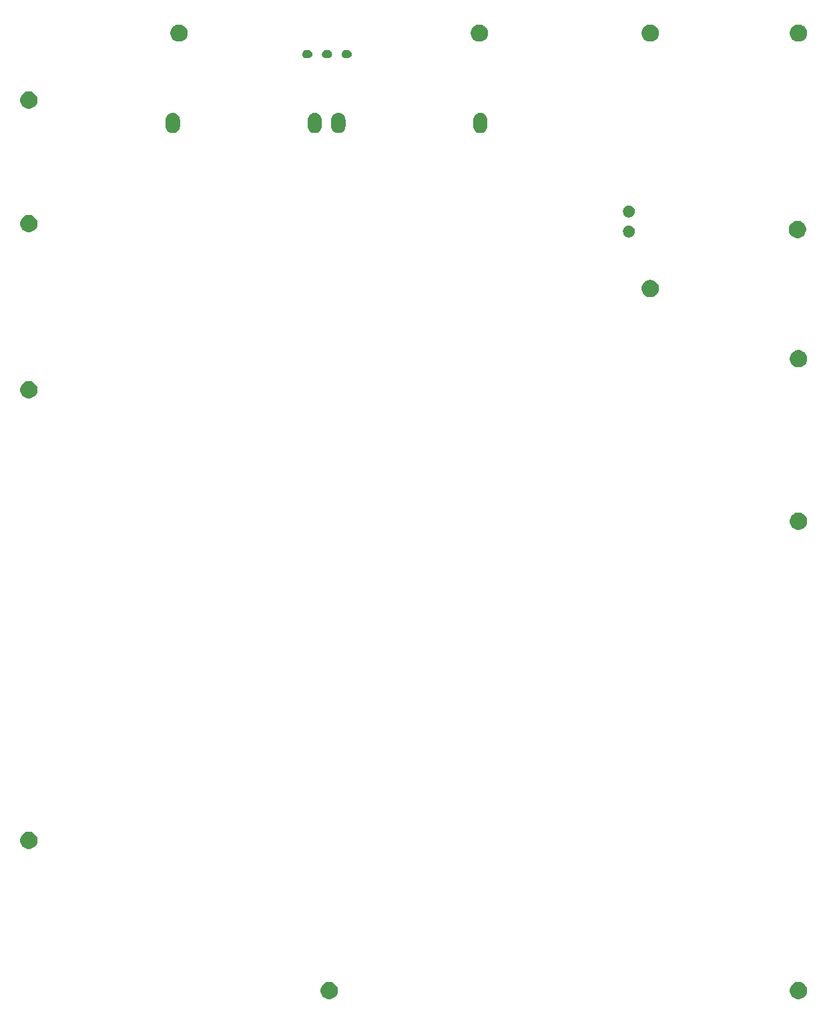
<source format=gbr>
G04 #@! TF.GenerationSoftware,KiCad,Pcbnew,(5.1.5)-3*
G04 #@! TF.CreationDate,2021-03-06T02:21:54+09:00*
G04 #@! TF.ProjectId,Getta25,47657474-6132-4352-9e6b-696361645f70,rev?*
G04 #@! TF.SameCoordinates,Original*
G04 #@! TF.FileFunction,Soldermask,Top*
G04 #@! TF.FilePolarity,Negative*
%FSLAX46Y46*%
G04 Gerber Fmt 4.6, Leading zero omitted, Abs format (unit mm)*
G04 Created by KiCad (PCBNEW (5.1.5)-3) date 2021-03-06 02:21:54*
%MOMM*%
%LPD*%
G04 APERTURE LIST*
%ADD10C,0.100000*%
G04 APERTURE END LIST*
D10*
G36*
X123677107Y-132979772D02*
G01*
X123877293Y-133062692D01*
X123877295Y-133062693D01*
X123967988Y-133123292D01*
X124057458Y-133183074D01*
X124210676Y-133336292D01*
X124331058Y-133516457D01*
X124413978Y-133716643D01*
X124456250Y-133929158D01*
X124456250Y-134145842D01*
X124413978Y-134358357D01*
X124331058Y-134558543D01*
X124331057Y-134558545D01*
X124210675Y-134738709D01*
X124057459Y-134891925D01*
X123877295Y-135012307D01*
X123877294Y-135012308D01*
X123877293Y-135012308D01*
X123677107Y-135095228D01*
X123464592Y-135137500D01*
X123247908Y-135137500D01*
X123035393Y-135095228D01*
X122835207Y-135012308D01*
X122835206Y-135012308D01*
X122835205Y-135012307D01*
X122655041Y-134891925D01*
X122501825Y-134738709D01*
X122381443Y-134558545D01*
X122381442Y-134558543D01*
X122298522Y-134358357D01*
X122256250Y-134145842D01*
X122256250Y-133929158D01*
X122298522Y-133716643D01*
X122381442Y-133516457D01*
X122501824Y-133336292D01*
X122655042Y-133183074D01*
X122744512Y-133123292D01*
X122835205Y-133062693D01*
X122835207Y-133062692D01*
X123035393Y-132979772D01*
X123247908Y-132937500D01*
X123464592Y-132937500D01*
X123677107Y-132979772D01*
G37*
G36*
X64145857Y-132979772D02*
G01*
X64346043Y-133062692D01*
X64346045Y-133062693D01*
X64436738Y-133123292D01*
X64526208Y-133183074D01*
X64679426Y-133336292D01*
X64799808Y-133516457D01*
X64882728Y-133716643D01*
X64925000Y-133929158D01*
X64925000Y-134145842D01*
X64882728Y-134358357D01*
X64799808Y-134558543D01*
X64799807Y-134558545D01*
X64679425Y-134738709D01*
X64526209Y-134891925D01*
X64346045Y-135012307D01*
X64346044Y-135012308D01*
X64346043Y-135012308D01*
X64145857Y-135095228D01*
X63933342Y-135137500D01*
X63716658Y-135137500D01*
X63504143Y-135095228D01*
X63303957Y-135012308D01*
X63303956Y-135012308D01*
X63303955Y-135012307D01*
X63123791Y-134891925D01*
X62970575Y-134738709D01*
X62850193Y-134558545D01*
X62850192Y-134558543D01*
X62767272Y-134358357D01*
X62725000Y-134145842D01*
X62725000Y-133929158D01*
X62767272Y-133716643D01*
X62850192Y-133516457D01*
X62970574Y-133336292D01*
X63123792Y-133183074D01*
X63213262Y-133123292D01*
X63303955Y-133062693D01*
X63303957Y-133062692D01*
X63504143Y-132979772D01*
X63716658Y-132937500D01*
X63933342Y-132937500D01*
X64145857Y-132979772D01*
G37*
G36*
X26045857Y-113929772D02*
G01*
X26246043Y-114012692D01*
X26246045Y-114012693D01*
X26336738Y-114073292D01*
X26426208Y-114133074D01*
X26579426Y-114286292D01*
X26699808Y-114466457D01*
X26782728Y-114666643D01*
X26825000Y-114879158D01*
X26825000Y-115095842D01*
X26782728Y-115308357D01*
X26699808Y-115508543D01*
X26699807Y-115508545D01*
X26579425Y-115688709D01*
X26426209Y-115841925D01*
X26246045Y-115962307D01*
X26246044Y-115962308D01*
X26246043Y-115962308D01*
X26045857Y-116045228D01*
X25833342Y-116087500D01*
X25616658Y-116087500D01*
X25404143Y-116045228D01*
X25203957Y-115962308D01*
X25203956Y-115962308D01*
X25203955Y-115962307D01*
X25023791Y-115841925D01*
X24870575Y-115688709D01*
X24750193Y-115508545D01*
X24750192Y-115508543D01*
X24667272Y-115308357D01*
X24625000Y-115095842D01*
X24625000Y-114879158D01*
X24667272Y-114666643D01*
X24750192Y-114466457D01*
X24870574Y-114286292D01*
X25023792Y-114133074D01*
X25113262Y-114073292D01*
X25203955Y-114012693D01*
X25203957Y-114012692D01*
X25404143Y-113929772D01*
X25616658Y-113887500D01*
X25833342Y-113887500D01*
X26045857Y-113929772D01*
G37*
G36*
X123677107Y-73448522D02*
G01*
X123877293Y-73531442D01*
X123877295Y-73531443D01*
X123967988Y-73592042D01*
X124057458Y-73651824D01*
X124210676Y-73805042D01*
X124331058Y-73985207D01*
X124413978Y-74185393D01*
X124456250Y-74397908D01*
X124456250Y-74614592D01*
X124413978Y-74827107D01*
X124331058Y-75027293D01*
X124331057Y-75027295D01*
X124210675Y-75207459D01*
X124057459Y-75360675D01*
X123877295Y-75481057D01*
X123877294Y-75481058D01*
X123877293Y-75481058D01*
X123677107Y-75563978D01*
X123464592Y-75606250D01*
X123247908Y-75606250D01*
X123035393Y-75563978D01*
X122835207Y-75481058D01*
X122835206Y-75481058D01*
X122835205Y-75481057D01*
X122655041Y-75360675D01*
X122501825Y-75207459D01*
X122381443Y-75027295D01*
X122381442Y-75027293D01*
X122298522Y-74827107D01*
X122256250Y-74614592D01*
X122256250Y-74397908D01*
X122298522Y-74185393D01*
X122381442Y-73985207D01*
X122501824Y-73805042D01*
X122655042Y-73651824D01*
X122744512Y-73592042D01*
X122835205Y-73531443D01*
X122835207Y-73531442D01*
X123035393Y-73448522D01*
X123247908Y-73406250D01*
X123464592Y-73406250D01*
X123677107Y-73448522D01*
G37*
G36*
X26045857Y-56779772D02*
G01*
X26246043Y-56862692D01*
X26246045Y-56862693D01*
X26336738Y-56923292D01*
X26426208Y-56983074D01*
X26579426Y-57136292D01*
X26699808Y-57316457D01*
X26782728Y-57516643D01*
X26825000Y-57729158D01*
X26825000Y-57945842D01*
X26782728Y-58158357D01*
X26699808Y-58358543D01*
X26699807Y-58358545D01*
X26579425Y-58538709D01*
X26426209Y-58691925D01*
X26246045Y-58812307D01*
X26246044Y-58812308D01*
X26246043Y-58812308D01*
X26045857Y-58895228D01*
X25833342Y-58937500D01*
X25616658Y-58937500D01*
X25404143Y-58895228D01*
X25203957Y-58812308D01*
X25203956Y-58812308D01*
X25203955Y-58812307D01*
X25023791Y-58691925D01*
X24870575Y-58538709D01*
X24750193Y-58358545D01*
X24750192Y-58358543D01*
X24667272Y-58158357D01*
X24625000Y-57945842D01*
X24625000Y-57729158D01*
X24667272Y-57516643D01*
X24750192Y-57316457D01*
X24870574Y-57136292D01*
X25023792Y-56983074D01*
X25113262Y-56923292D01*
X25203955Y-56862693D01*
X25203957Y-56862692D01*
X25404143Y-56779772D01*
X25616658Y-56737500D01*
X25833342Y-56737500D01*
X26045857Y-56779772D01*
G37*
G36*
X123677107Y-52842272D02*
G01*
X123877293Y-52925192D01*
X123877295Y-52925193D01*
X123967988Y-52985792D01*
X124057458Y-53045574D01*
X124210676Y-53198792D01*
X124331058Y-53378957D01*
X124413978Y-53579143D01*
X124456250Y-53791658D01*
X124456250Y-54008342D01*
X124413978Y-54220857D01*
X124331058Y-54421043D01*
X124331057Y-54421045D01*
X124210675Y-54601209D01*
X124057459Y-54754425D01*
X123877295Y-54874807D01*
X123877294Y-54874808D01*
X123877293Y-54874808D01*
X123677107Y-54957728D01*
X123464592Y-55000000D01*
X123247908Y-55000000D01*
X123035393Y-54957728D01*
X122835207Y-54874808D01*
X122835206Y-54874808D01*
X122835205Y-54874807D01*
X122655041Y-54754425D01*
X122501825Y-54601209D01*
X122381443Y-54421045D01*
X122381442Y-54421043D01*
X122298522Y-54220857D01*
X122256250Y-54008342D01*
X122256250Y-53791658D01*
X122298522Y-53579143D01*
X122381442Y-53378957D01*
X122501824Y-53198792D01*
X122655042Y-53045574D01*
X122744512Y-52985792D01*
X122835205Y-52925193D01*
X122835207Y-52925192D01*
X123035393Y-52842272D01*
X123247908Y-52800000D01*
X123464592Y-52800000D01*
X123677107Y-52842272D01*
G37*
G36*
X104870857Y-43942272D02*
G01*
X105071043Y-44025192D01*
X105071045Y-44025193D01*
X105161738Y-44085792D01*
X105251208Y-44145574D01*
X105404426Y-44298792D01*
X105524808Y-44478957D01*
X105607728Y-44679143D01*
X105650000Y-44891658D01*
X105650000Y-45108342D01*
X105607728Y-45320857D01*
X105524808Y-45521043D01*
X105524807Y-45521045D01*
X105404425Y-45701209D01*
X105251209Y-45854425D01*
X105071045Y-45974807D01*
X105071044Y-45974808D01*
X105071043Y-45974808D01*
X104870857Y-46057728D01*
X104658342Y-46100000D01*
X104441658Y-46100000D01*
X104229143Y-46057728D01*
X104028957Y-45974808D01*
X104028956Y-45974808D01*
X104028955Y-45974807D01*
X103848791Y-45854425D01*
X103695575Y-45701209D01*
X103575193Y-45521045D01*
X103575192Y-45521043D01*
X103492272Y-45320857D01*
X103450000Y-45108342D01*
X103450000Y-44891658D01*
X103492272Y-44679143D01*
X103575192Y-44478957D01*
X103695574Y-44298792D01*
X103848792Y-44145574D01*
X103938262Y-44085792D01*
X104028955Y-44025193D01*
X104028957Y-44025192D01*
X104229143Y-43942272D01*
X104441658Y-43900000D01*
X104658342Y-43900000D01*
X104870857Y-43942272D01*
G37*
G36*
X123570857Y-36442272D02*
G01*
X123771043Y-36525192D01*
X123771045Y-36525193D01*
X123861738Y-36585792D01*
X123951208Y-36645574D01*
X124104426Y-36798792D01*
X124224808Y-36978957D01*
X124307728Y-37179143D01*
X124350000Y-37391658D01*
X124350000Y-37608342D01*
X124307728Y-37820857D01*
X124224808Y-38021043D01*
X124224807Y-38021045D01*
X124104425Y-38201209D01*
X123951209Y-38354425D01*
X123771045Y-38474807D01*
X123771044Y-38474808D01*
X123771043Y-38474808D01*
X123570857Y-38557728D01*
X123358342Y-38600000D01*
X123141658Y-38600000D01*
X122929143Y-38557728D01*
X122728957Y-38474808D01*
X122728956Y-38474808D01*
X122728955Y-38474807D01*
X122548791Y-38354425D01*
X122395575Y-38201209D01*
X122275193Y-38021045D01*
X122275192Y-38021043D01*
X122192272Y-37820857D01*
X122150000Y-37608342D01*
X122150000Y-37391658D01*
X122192272Y-37179143D01*
X122275192Y-36978957D01*
X122395574Y-36798792D01*
X122548792Y-36645574D01*
X122638262Y-36585792D01*
X122728955Y-36525193D01*
X122728957Y-36525192D01*
X122929143Y-36442272D01*
X123141658Y-36400000D01*
X123358342Y-36400000D01*
X123570857Y-36442272D01*
G37*
G36*
X102023195Y-37003522D02*
G01*
X102072267Y-37013283D01*
X102210942Y-37070724D01*
X102335747Y-37154116D01*
X102441884Y-37260253D01*
X102525276Y-37385058D01*
X102582717Y-37523733D01*
X102582717Y-37523734D01*
X102599547Y-37608341D01*
X102612000Y-37670950D01*
X102612000Y-37821050D01*
X102582717Y-37968267D01*
X102525276Y-38106942D01*
X102441884Y-38231747D01*
X102335747Y-38337884D01*
X102210942Y-38421276D01*
X102072267Y-38478717D01*
X102023195Y-38488478D01*
X101925052Y-38508000D01*
X101774948Y-38508000D01*
X101676805Y-38488478D01*
X101627733Y-38478717D01*
X101489058Y-38421276D01*
X101364253Y-38337884D01*
X101258116Y-38231747D01*
X101174724Y-38106942D01*
X101117283Y-37968267D01*
X101088000Y-37821050D01*
X101088000Y-37670950D01*
X101100454Y-37608341D01*
X101117283Y-37523734D01*
X101117283Y-37523733D01*
X101174724Y-37385058D01*
X101258116Y-37260253D01*
X101364253Y-37154116D01*
X101489058Y-37070724D01*
X101627733Y-37013283D01*
X101676805Y-37003522D01*
X101774948Y-36984000D01*
X101925052Y-36984000D01*
X102023195Y-37003522D01*
G37*
G36*
X26045857Y-35692272D02*
G01*
X26246043Y-35775192D01*
X26246045Y-35775193D01*
X26280004Y-35797884D01*
X26426208Y-35895574D01*
X26579426Y-36048792D01*
X26699808Y-36228957D01*
X26782728Y-36429143D01*
X26825000Y-36641658D01*
X26825000Y-36858342D01*
X26782728Y-37070857D01*
X26699808Y-37271043D01*
X26579426Y-37451208D01*
X26426208Y-37604426D01*
X26420347Y-37608342D01*
X26246045Y-37724807D01*
X26246044Y-37724808D01*
X26246043Y-37724808D01*
X26045857Y-37807728D01*
X25833342Y-37850000D01*
X25616658Y-37850000D01*
X25404143Y-37807728D01*
X25203957Y-37724808D01*
X25203956Y-37724808D01*
X25203955Y-37724807D01*
X25029653Y-37608342D01*
X25023792Y-37604426D01*
X24870574Y-37451208D01*
X24750192Y-37271043D01*
X24667272Y-37070857D01*
X24625000Y-36858342D01*
X24625000Y-36641658D01*
X24667272Y-36429143D01*
X24750192Y-36228957D01*
X24870574Y-36048792D01*
X25023792Y-35895574D01*
X25169996Y-35797884D01*
X25203955Y-35775193D01*
X25203957Y-35775192D01*
X25404143Y-35692272D01*
X25616658Y-35650000D01*
X25833342Y-35650000D01*
X26045857Y-35692272D01*
G37*
G36*
X102023195Y-34463522D02*
G01*
X102072267Y-34473283D01*
X102210942Y-34530724D01*
X102335747Y-34614116D01*
X102441884Y-34720253D01*
X102525276Y-34845058D01*
X102582717Y-34983733D01*
X102612000Y-35130950D01*
X102612000Y-35281050D01*
X102582717Y-35428267D01*
X102525276Y-35566942D01*
X102441884Y-35691747D01*
X102335747Y-35797884D01*
X102210942Y-35881276D01*
X102072267Y-35938717D01*
X102023195Y-35948478D01*
X101925052Y-35968000D01*
X101774948Y-35968000D01*
X101676805Y-35948478D01*
X101627733Y-35938717D01*
X101489058Y-35881276D01*
X101364253Y-35797884D01*
X101258116Y-35691747D01*
X101174724Y-35566942D01*
X101117283Y-35428267D01*
X101088000Y-35281050D01*
X101088000Y-35130950D01*
X101117283Y-34983733D01*
X101174724Y-34845058D01*
X101258116Y-34720253D01*
X101364253Y-34614116D01*
X101489058Y-34530724D01*
X101627733Y-34473283D01*
X101676805Y-34463522D01*
X101774948Y-34444000D01*
X101925052Y-34444000D01*
X102023195Y-34463522D01*
G37*
G36*
X44176426Y-22738022D02*
G01*
X44176429Y-22738023D01*
X44176430Y-22738023D01*
X44346080Y-22789486D01*
X44346082Y-22789487D01*
X44346085Y-22789488D01*
X44502432Y-22873056D01*
X44639475Y-22985525D01*
X44751944Y-23122569D01*
X44835512Y-23278914D01*
X44886978Y-23448573D01*
X44900000Y-23580789D01*
X44900000Y-24419210D01*
X44886978Y-24551428D01*
X44835513Y-24721084D01*
X44751944Y-24877431D01*
X44639475Y-25014475D01*
X44502431Y-25126944D01*
X44346086Y-25210512D01*
X44346083Y-25210513D01*
X44346081Y-25210514D01*
X44176431Y-25261977D01*
X44176430Y-25261977D01*
X44176427Y-25261978D01*
X44000000Y-25279354D01*
X43823574Y-25261978D01*
X43823571Y-25261977D01*
X43823570Y-25261977D01*
X43653920Y-25210514D01*
X43653918Y-25210513D01*
X43653915Y-25210512D01*
X43497570Y-25126944D01*
X43360526Y-25014475D01*
X43248057Y-24877431D01*
X43164489Y-24721086D01*
X43164487Y-24721081D01*
X43113023Y-24551431D01*
X43100000Y-24419207D01*
X43100000Y-23580789D01*
X43113022Y-23448574D01*
X43113023Y-23448570D01*
X43164486Y-23278920D01*
X43164487Y-23278918D01*
X43164488Y-23278915D01*
X43248056Y-23122568D01*
X43360525Y-22985525D01*
X43497569Y-22873056D01*
X43653914Y-22789488D01*
X43653917Y-22789487D01*
X43653919Y-22789486D01*
X43823569Y-22738023D01*
X43823570Y-22738023D01*
X43823573Y-22738022D01*
X44000000Y-22720646D01*
X44176426Y-22738022D01*
G37*
G36*
X65176426Y-22738022D02*
G01*
X65176429Y-22738023D01*
X65176430Y-22738023D01*
X65346080Y-22789486D01*
X65346082Y-22789487D01*
X65346085Y-22789488D01*
X65502432Y-22873056D01*
X65639475Y-22985525D01*
X65751944Y-23122569D01*
X65835512Y-23278914D01*
X65886978Y-23448573D01*
X65900000Y-23580789D01*
X65900000Y-24419210D01*
X65886978Y-24551428D01*
X65835513Y-24721084D01*
X65751944Y-24877431D01*
X65639475Y-25014475D01*
X65502431Y-25126944D01*
X65346086Y-25210512D01*
X65346083Y-25210513D01*
X65346081Y-25210514D01*
X65176431Y-25261977D01*
X65176430Y-25261977D01*
X65176427Y-25261978D01*
X65000000Y-25279354D01*
X64823574Y-25261978D01*
X64823571Y-25261977D01*
X64823570Y-25261977D01*
X64653920Y-25210514D01*
X64653918Y-25210513D01*
X64653915Y-25210512D01*
X64497570Y-25126944D01*
X64360526Y-25014475D01*
X64248057Y-24877431D01*
X64164489Y-24721086D01*
X64164487Y-24721081D01*
X64113023Y-24551431D01*
X64100000Y-24419207D01*
X64100000Y-23580789D01*
X64113022Y-23448574D01*
X64113023Y-23448570D01*
X64164486Y-23278920D01*
X64164487Y-23278918D01*
X64164488Y-23278915D01*
X64248056Y-23122568D01*
X64360525Y-22985525D01*
X64497569Y-22873056D01*
X64653914Y-22789488D01*
X64653917Y-22789487D01*
X64653919Y-22789486D01*
X64823569Y-22738023D01*
X64823570Y-22738023D01*
X64823573Y-22738022D01*
X65000000Y-22720646D01*
X65176426Y-22738022D01*
G37*
G36*
X83176426Y-22738022D02*
G01*
X83176429Y-22738023D01*
X83176430Y-22738023D01*
X83346080Y-22789486D01*
X83346082Y-22789487D01*
X83346085Y-22789488D01*
X83502432Y-22873056D01*
X83639475Y-22985525D01*
X83751944Y-23122569D01*
X83835512Y-23278914D01*
X83886978Y-23448573D01*
X83900000Y-23580789D01*
X83900000Y-24419210D01*
X83886978Y-24551428D01*
X83835513Y-24721084D01*
X83751944Y-24877431D01*
X83639475Y-25014475D01*
X83502431Y-25126944D01*
X83346086Y-25210512D01*
X83346083Y-25210513D01*
X83346081Y-25210514D01*
X83176431Y-25261977D01*
X83176430Y-25261977D01*
X83176427Y-25261978D01*
X83000000Y-25279354D01*
X82823574Y-25261978D01*
X82823571Y-25261977D01*
X82823570Y-25261977D01*
X82653920Y-25210514D01*
X82653918Y-25210513D01*
X82653915Y-25210512D01*
X82497570Y-25126944D01*
X82360526Y-25014475D01*
X82248057Y-24877431D01*
X82164489Y-24721086D01*
X82164487Y-24721081D01*
X82113023Y-24551431D01*
X82100000Y-24419207D01*
X82100000Y-23580789D01*
X82113022Y-23448574D01*
X82113023Y-23448570D01*
X82164486Y-23278920D01*
X82164487Y-23278918D01*
X82164488Y-23278915D01*
X82248056Y-23122568D01*
X82360525Y-22985525D01*
X82497569Y-22873056D01*
X82653914Y-22789488D01*
X82653917Y-22789487D01*
X82653919Y-22789486D01*
X82823569Y-22738023D01*
X82823570Y-22738023D01*
X82823573Y-22738022D01*
X83000000Y-22720646D01*
X83176426Y-22738022D01*
G37*
G36*
X62176426Y-22738022D02*
G01*
X62176429Y-22738023D01*
X62176430Y-22738023D01*
X62346080Y-22789486D01*
X62346082Y-22789487D01*
X62346085Y-22789488D01*
X62502432Y-22873056D01*
X62639475Y-22985525D01*
X62751944Y-23122569D01*
X62835512Y-23278914D01*
X62886978Y-23448573D01*
X62900000Y-23580789D01*
X62900000Y-24419210D01*
X62886978Y-24551428D01*
X62835513Y-24721084D01*
X62751944Y-24877431D01*
X62639475Y-25014475D01*
X62502431Y-25126944D01*
X62346086Y-25210512D01*
X62346083Y-25210513D01*
X62346081Y-25210514D01*
X62176431Y-25261977D01*
X62176430Y-25261977D01*
X62176427Y-25261978D01*
X62000000Y-25279354D01*
X61823574Y-25261978D01*
X61823571Y-25261977D01*
X61823570Y-25261977D01*
X61653920Y-25210514D01*
X61653918Y-25210513D01*
X61653915Y-25210512D01*
X61497570Y-25126944D01*
X61360526Y-25014475D01*
X61248057Y-24877431D01*
X61164489Y-24721086D01*
X61164487Y-24721081D01*
X61113023Y-24551431D01*
X61100000Y-24419207D01*
X61100000Y-23580789D01*
X61113022Y-23448574D01*
X61113023Y-23448570D01*
X61164486Y-23278920D01*
X61164487Y-23278918D01*
X61164488Y-23278915D01*
X61248056Y-23122568D01*
X61360525Y-22985525D01*
X61497569Y-22873056D01*
X61653914Y-22789488D01*
X61653917Y-22789487D01*
X61653919Y-22789486D01*
X61823569Y-22738023D01*
X61823570Y-22738023D01*
X61823573Y-22738022D01*
X62000000Y-22720646D01*
X62176426Y-22738022D01*
G37*
G36*
X26045857Y-20036022D02*
G01*
X26246043Y-20118942D01*
X26246045Y-20118943D01*
X26336738Y-20179542D01*
X26426208Y-20239324D01*
X26579426Y-20392542D01*
X26699808Y-20572707D01*
X26782728Y-20772893D01*
X26825000Y-20985408D01*
X26825000Y-21202092D01*
X26782728Y-21414607D01*
X26699808Y-21614793D01*
X26699807Y-21614795D01*
X26579425Y-21794959D01*
X26426209Y-21948175D01*
X26246045Y-22068557D01*
X26246044Y-22068558D01*
X26246043Y-22068558D01*
X26045857Y-22151478D01*
X25833342Y-22193750D01*
X25616658Y-22193750D01*
X25404143Y-22151478D01*
X25203957Y-22068558D01*
X25203956Y-22068558D01*
X25203955Y-22068557D01*
X25023791Y-21948175D01*
X24870575Y-21794959D01*
X24750193Y-21614795D01*
X24750192Y-21614793D01*
X24667272Y-21414607D01*
X24625000Y-21202092D01*
X24625000Y-20985408D01*
X24667272Y-20772893D01*
X24750192Y-20572707D01*
X24870574Y-20392542D01*
X25023792Y-20239324D01*
X25113262Y-20179542D01*
X25203955Y-20118943D01*
X25203957Y-20118942D01*
X25404143Y-20036022D01*
X25616658Y-19993750D01*
X25833342Y-19993750D01*
X26045857Y-20036022D01*
G37*
G36*
X63798015Y-14757234D02*
G01*
X63892270Y-14785826D01*
X63979128Y-14832253D01*
X64055264Y-14894736D01*
X64117747Y-14970872D01*
X64164174Y-15057730D01*
X64192766Y-15151985D01*
X64202419Y-15250000D01*
X64192766Y-15348015D01*
X64164174Y-15442270D01*
X64117747Y-15529128D01*
X64055264Y-15605264D01*
X63979128Y-15667747D01*
X63892270Y-15714174D01*
X63798015Y-15742766D01*
X63724564Y-15750000D01*
X63375436Y-15750000D01*
X63301985Y-15742766D01*
X63207730Y-15714174D01*
X63120872Y-15667747D01*
X63044736Y-15605264D01*
X62982253Y-15529128D01*
X62935826Y-15442270D01*
X62907234Y-15348015D01*
X62897581Y-15250000D01*
X62907234Y-15151985D01*
X62935826Y-15057730D01*
X62982253Y-14970872D01*
X63044736Y-14894736D01*
X63120872Y-14832253D01*
X63207730Y-14785826D01*
X63301985Y-14757234D01*
X63375436Y-14750000D01*
X63724564Y-14750000D01*
X63798015Y-14757234D01*
G37*
G36*
X61298015Y-14757234D02*
G01*
X61392270Y-14785826D01*
X61479128Y-14832253D01*
X61555264Y-14894736D01*
X61617747Y-14970872D01*
X61664174Y-15057730D01*
X61692766Y-15151985D01*
X61702419Y-15250000D01*
X61692766Y-15348015D01*
X61664174Y-15442270D01*
X61617747Y-15529128D01*
X61555264Y-15605264D01*
X61479128Y-15667747D01*
X61392270Y-15714174D01*
X61298015Y-15742766D01*
X61224564Y-15750000D01*
X60875436Y-15750000D01*
X60801985Y-15742766D01*
X60707730Y-15714174D01*
X60620872Y-15667747D01*
X60544736Y-15605264D01*
X60482253Y-15529128D01*
X60435826Y-15442270D01*
X60407234Y-15348015D01*
X60397581Y-15250000D01*
X60407234Y-15151985D01*
X60435826Y-15057730D01*
X60482253Y-14970872D01*
X60544736Y-14894736D01*
X60620872Y-14832253D01*
X60707730Y-14785826D01*
X60801985Y-14757234D01*
X60875436Y-14750000D01*
X61224564Y-14750000D01*
X61298015Y-14757234D01*
G37*
G36*
X66298015Y-14757234D02*
G01*
X66392270Y-14785826D01*
X66479128Y-14832253D01*
X66555264Y-14894736D01*
X66617747Y-14970872D01*
X66664174Y-15057730D01*
X66692766Y-15151985D01*
X66702419Y-15250000D01*
X66692766Y-15348015D01*
X66664174Y-15442270D01*
X66617747Y-15529128D01*
X66555264Y-15605264D01*
X66479128Y-15667747D01*
X66392270Y-15714174D01*
X66298015Y-15742766D01*
X66224564Y-15750000D01*
X65875436Y-15750000D01*
X65801985Y-15742766D01*
X65707730Y-15714174D01*
X65620872Y-15667747D01*
X65544736Y-15605264D01*
X65482253Y-15529128D01*
X65435826Y-15442270D01*
X65407234Y-15348015D01*
X65397581Y-15250000D01*
X65407234Y-15151985D01*
X65435826Y-15057730D01*
X65482253Y-14970872D01*
X65544736Y-14894736D01*
X65620872Y-14832253D01*
X65707730Y-14785826D01*
X65801985Y-14757234D01*
X65875436Y-14750000D01*
X66224564Y-14750000D01*
X66298015Y-14757234D01*
G37*
G36*
X123677107Y-11536022D02*
G01*
X123877293Y-11618942D01*
X123877295Y-11618943D01*
X123967988Y-11679542D01*
X124057458Y-11739324D01*
X124210676Y-11892542D01*
X124331058Y-12072707D01*
X124413978Y-12272893D01*
X124456250Y-12485408D01*
X124456250Y-12702092D01*
X124413978Y-12914607D01*
X124331058Y-13114793D01*
X124331057Y-13114795D01*
X124210675Y-13294959D01*
X124057459Y-13448175D01*
X123877295Y-13568557D01*
X123877294Y-13568558D01*
X123877293Y-13568558D01*
X123677107Y-13651478D01*
X123464592Y-13693750D01*
X123247908Y-13693750D01*
X123035393Y-13651478D01*
X122835207Y-13568558D01*
X122835206Y-13568558D01*
X122835205Y-13568557D01*
X122655041Y-13448175D01*
X122501825Y-13294959D01*
X122381443Y-13114795D01*
X122381442Y-13114793D01*
X122298522Y-12914607D01*
X122256250Y-12702092D01*
X122256250Y-12485408D01*
X122298522Y-12272893D01*
X122381442Y-12072707D01*
X122501824Y-11892542D01*
X122655042Y-11739324D01*
X122744512Y-11679542D01*
X122835205Y-11618943D01*
X122835207Y-11618942D01*
X123035393Y-11536022D01*
X123247908Y-11493750D01*
X123464592Y-11493750D01*
X123677107Y-11536022D01*
G37*
G36*
X104870857Y-11536022D02*
G01*
X105071043Y-11618942D01*
X105071045Y-11618943D01*
X105161738Y-11679542D01*
X105251208Y-11739324D01*
X105404426Y-11892542D01*
X105524808Y-12072707D01*
X105607728Y-12272893D01*
X105650000Y-12485408D01*
X105650000Y-12702092D01*
X105607728Y-12914607D01*
X105524808Y-13114793D01*
X105524807Y-13114795D01*
X105404425Y-13294959D01*
X105251209Y-13448175D01*
X105071045Y-13568557D01*
X105071044Y-13568558D01*
X105071043Y-13568558D01*
X104870857Y-13651478D01*
X104658342Y-13693750D01*
X104441658Y-13693750D01*
X104229143Y-13651478D01*
X104028957Y-13568558D01*
X104028956Y-13568558D01*
X104028955Y-13568557D01*
X103848791Y-13448175D01*
X103695575Y-13294959D01*
X103575193Y-13114795D01*
X103575192Y-13114793D01*
X103492272Y-12914607D01*
X103450000Y-12702092D01*
X103450000Y-12485408D01*
X103492272Y-12272893D01*
X103575192Y-12072707D01*
X103695574Y-11892542D01*
X103848792Y-11739324D01*
X103938262Y-11679542D01*
X104028955Y-11618943D01*
X104028957Y-11618942D01*
X104229143Y-11536022D01*
X104441658Y-11493750D01*
X104658342Y-11493750D01*
X104870857Y-11536022D01*
G37*
G36*
X83195857Y-11536022D02*
G01*
X83396043Y-11618942D01*
X83396045Y-11618943D01*
X83486738Y-11679542D01*
X83576208Y-11739324D01*
X83729426Y-11892542D01*
X83849808Y-12072707D01*
X83932728Y-12272893D01*
X83975000Y-12485408D01*
X83975000Y-12702092D01*
X83932728Y-12914607D01*
X83849808Y-13114793D01*
X83849807Y-13114795D01*
X83729425Y-13294959D01*
X83576209Y-13448175D01*
X83396045Y-13568557D01*
X83396044Y-13568558D01*
X83396043Y-13568558D01*
X83195857Y-13651478D01*
X82983342Y-13693750D01*
X82766658Y-13693750D01*
X82554143Y-13651478D01*
X82353957Y-13568558D01*
X82353956Y-13568558D01*
X82353955Y-13568557D01*
X82173791Y-13448175D01*
X82020575Y-13294959D01*
X81900193Y-13114795D01*
X81900192Y-13114793D01*
X81817272Y-12914607D01*
X81775000Y-12702092D01*
X81775000Y-12485408D01*
X81817272Y-12272893D01*
X81900192Y-12072707D01*
X82020574Y-11892542D01*
X82173792Y-11739324D01*
X82263262Y-11679542D01*
X82353955Y-11618943D01*
X82353957Y-11618942D01*
X82554143Y-11536022D01*
X82766658Y-11493750D01*
X82983342Y-11493750D01*
X83195857Y-11536022D01*
G37*
G36*
X45095857Y-11536022D02*
G01*
X45296043Y-11618942D01*
X45296045Y-11618943D01*
X45386738Y-11679542D01*
X45476208Y-11739324D01*
X45629426Y-11892542D01*
X45749808Y-12072707D01*
X45832728Y-12272893D01*
X45875000Y-12485408D01*
X45875000Y-12702092D01*
X45832728Y-12914607D01*
X45749808Y-13114793D01*
X45749807Y-13114795D01*
X45629425Y-13294959D01*
X45476209Y-13448175D01*
X45296045Y-13568557D01*
X45296044Y-13568558D01*
X45296043Y-13568558D01*
X45095857Y-13651478D01*
X44883342Y-13693750D01*
X44666658Y-13693750D01*
X44454143Y-13651478D01*
X44253957Y-13568558D01*
X44253956Y-13568558D01*
X44253955Y-13568557D01*
X44073791Y-13448175D01*
X43920575Y-13294959D01*
X43800193Y-13114795D01*
X43800192Y-13114793D01*
X43717272Y-12914607D01*
X43675000Y-12702092D01*
X43675000Y-12485408D01*
X43717272Y-12272893D01*
X43800192Y-12072707D01*
X43920574Y-11892542D01*
X44073792Y-11739324D01*
X44163262Y-11679542D01*
X44253955Y-11618943D01*
X44253957Y-11618942D01*
X44454143Y-11536022D01*
X44666658Y-11493750D01*
X44883342Y-11493750D01*
X45095857Y-11536022D01*
G37*
M02*

</source>
